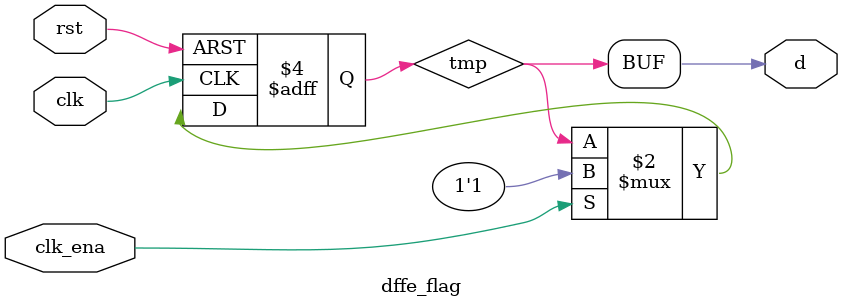
<source format=v>
module dffe_flag(clk, rst, clk_ena, d);
  input clk, rst, clk_ena;
  output d; 
  reg tmp;
  always @(posedge clk or posedge rst)
    begin
  if(rst)
    tmp <= 'b0;  
  else if(clk_ena)
      tmp <= 'b1;  
  end
  assign d = tmp;
endmodule
</source>
